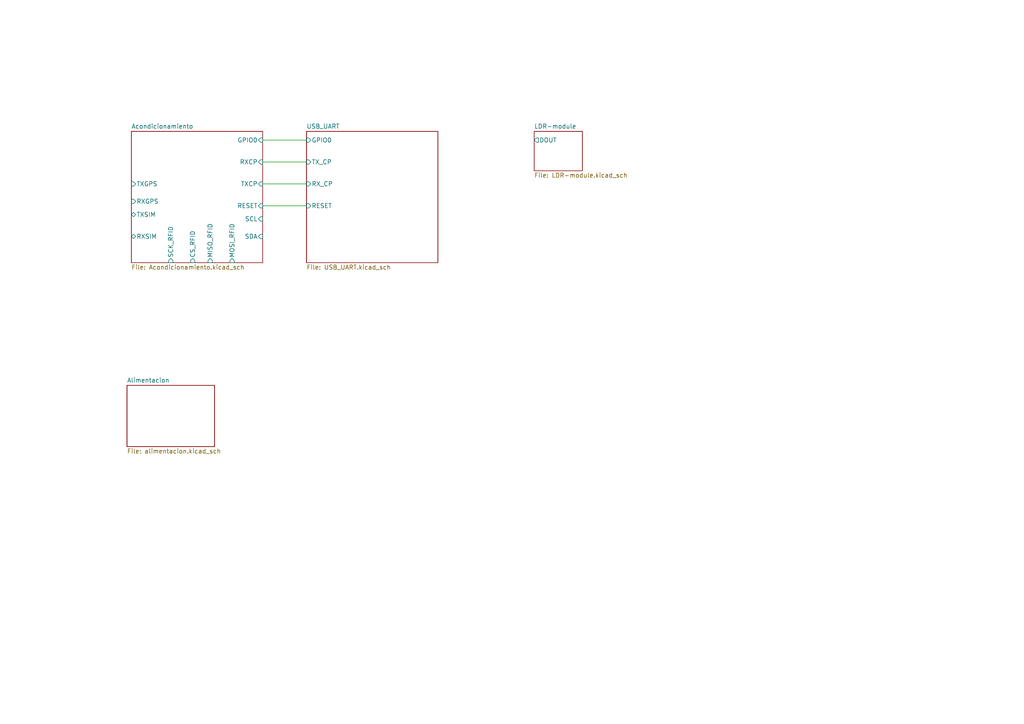
<source format=kicad_sch>
(kicad_sch (version 20211123) (generator eeschema)
  (paper "A4")
  (lib_symbols)
  (wire (pts (xy 76.2 46.99) (xy 88.9 46.99)))
  (wire (pts (xy 76.2 53.34) (xy 88.9 53.34)))
  (wire (pts (xy 76.2 40.64) (xy 88.9 40.64)))
  (wire (pts (xy 76.2 59.69) (xy 88.9 59.69)))
  (sheet (at 88.9 38.1) (size 38.1 38.1) (stroke (width 0.1524))
    (property "Sheet name" "USB_UART" (at 88.9 37.3884 0) (effects (justify left bottom)))
    (property "Sheet file" "USB_UART.kicad_sch" (at 88.9 76.7846 0) (effects (justify left top)))
    (pin "TX_CP" input (at 88.9 46.99 180))
    (pin "RX_CP" input (at 88.9 53.34 180))
    (pin "RESET" input (at 88.9 59.69 180))
    (pin "GPIO0" input (at 88.9 40.64 180))
  )
  (sheet (at 154.94 38.1) (size 13.97 11.43) (stroke (width 0.1524))
    (property "Sheet name" "LDR-module" (at 154.94 37.3884 0) (effects (justify left bottom)))
    (property "Sheet file" "LDR-module.kicad_sch" (at 154.94 50.1146 0) (effects (justify left top)))
    (pin "DOUT" output (at 154.94 40.64 180))
  )
  (sheet (at 36.83 111.76) (size 25.4 17.78) (stroke (width 0.1524))
    (property "Sheet name" "Alimentacion" (at 36.83 111.0484 0) (effects (justify left bottom)))
    (property "Sheet file" "alimentacion.kicad_sch" (at 36.83 130.1246 0) (effects (justify left top)))
  )
  (sheet (at 38.1 38.1) (size 38.1 38.1) (stroke (width 0.1524))
    (property "Sheet name" "Acondicionamiento" (at 38.1 37.3884 0) (effects (justify left bottom)))
    (property "Sheet file" "Acondicionamiento.kicad_sch" (at 38.1 76.7846 0) (effects (justify left top)))
    (pin "CS_RFID" input (at 55.88 76.2 270))
    (pin "SCK_RFID" input (at 49.53 76.2 270))
    (pin "MISO_RFID" input (at 60.96 76.2 270))
    (pin "RESET" input (at 76.2 59.69 0))
    (pin "SCL" input (at 76.2 63.5 0))
    (pin "SDA" input (at 76.2 68.58 0))
    (pin "MOSI_RFID" input (at 67.31 76.2 270))
    (pin "TXCP" input (at 76.2 53.34 0))
    (pin "RXCP" input (at 76.2 46.99 0))
    (pin "GPIO0" input (at 76.2 40.64 0))
    (pin "RXSIM" bidirectional (at 38.1 68.58 180))
    (pin "TXSIM" bidirectional (at 38.1 62.23 180))
    (pin "RXGPS" input (at 38.1 58.42 180))
    (pin "TXGPS" input (at 38.1 53.34 180))
  )
)
</source>
